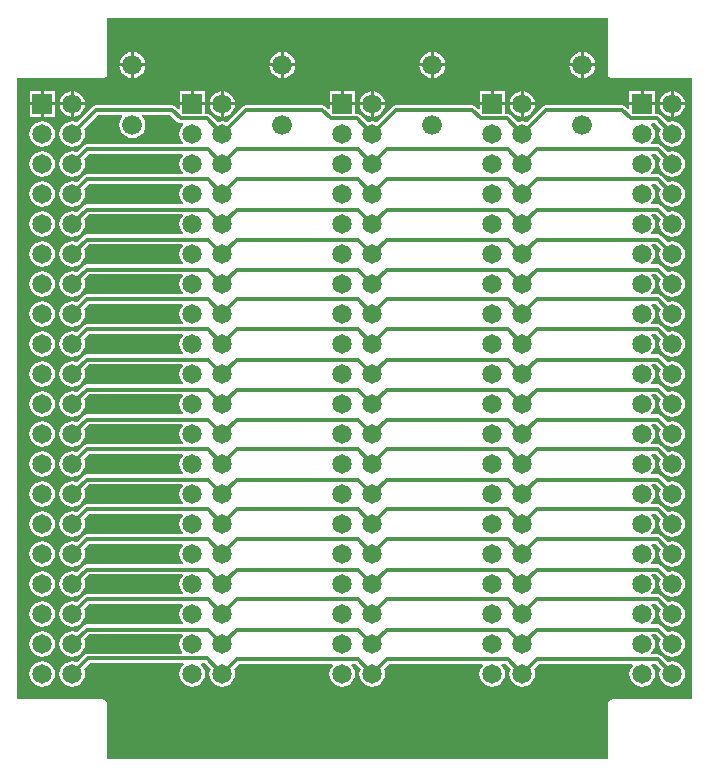
<source format=gbl>
%FSLAX23Y23*%
%MOIN*%
G70*
G01*
G75*
G04 Layer_Physical_Order=2*
G04 Layer_Color=16711680*
%ADD10C,0.010*%
%ADD11C,0.012*%
%ADD12C,0.065*%
%ADD13R,0.065X0.065*%
%ADD14C,0.066*%
G36*
X4085Y5300D02*
X4085Y5300D01*
X4085D01*
X4086Y5294D01*
X4089Y5289D01*
X4094Y5286D01*
X4100Y5285D01*
X4365D01*
Y3215D01*
X4100D01*
X4094Y3214D01*
X4089Y3211D01*
X4086Y3206D01*
X4085Y3200D01*
Y3015D01*
X2415D01*
Y3200D01*
X2414Y3206D01*
X2411Y3211D01*
X2406Y3214D01*
X2400Y3215D01*
X2115D01*
Y5285D01*
X2400D01*
X2406Y5286D01*
X2411Y5289D01*
X2414Y5294D01*
X2415Y5300D01*
Y5485D01*
X4085D01*
Y5300D01*
D02*
G37*
%LPC*%
G36*
X2295Y5195D02*
X2258D01*
X2259Y5189D01*
X2263Y5179D01*
X2270Y5170D01*
X2279Y5163D01*
X2289Y5159D01*
X2295Y5158D01*
Y5195D01*
D02*
G37*
G36*
X2243D02*
X2205D01*
Y5157D01*
X2243D01*
Y5195D01*
D02*
G37*
G36*
X2795D02*
X2758D01*
X2759Y5189D01*
X2763Y5179D01*
X2770Y5170D01*
X2779Y5163D01*
X2789Y5159D01*
X2795Y5158D01*
Y5195D01*
D02*
G37*
G36*
X2342D02*
X2305D01*
Y5158D01*
X2311Y5159D01*
X2321Y5163D01*
X2330Y5170D01*
X2337Y5179D01*
X2341Y5189D01*
X2342Y5195D01*
D02*
G37*
G36*
X2200Y5143D02*
X2189Y5141D01*
X2179Y5137D01*
X2170Y5130D01*
X2163Y5121D01*
X2159Y5111D01*
X2157Y5100D01*
X2159Y5089D01*
X2163Y5079D01*
X2170Y5070D01*
X2179Y5063D01*
X2189Y5059D01*
X2200Y5057D01*
X2211Y5059D01*
X2221Y5063D01*
X2230Y5070D01*
X2237Y5079D01*
X2241Y5089D01*
X2243Y5100D01*
X2241Y5111D01*
X2237Y5121D01*
X2230Y5130D01*
X2221Y5137D01*
X2211Y5141D01*
X2200Y5143D01*
D02*
G37*
G36*
Y5043D02*
X2189Y5041D01*
X2179Y5037D01*
X2170Y5030D01*
X2163Y5021D01*
X2159Y5011D01*
X2157Y5000D01*
X2159Y4989D01*
X2163Y4979D01*
X2170Y4970D01*
X2179Y4963D01*
X2189Y4959D01*
X2200Y4957D01*
X2211Y4959D01*
X2221Y4963D01*
X2230Y4970D01*
X2237Y4979D01*
X2241Y4989D01*
X2243Y5000D01*
X2241Y5011D01*
X2237Y5021D01*
X2230Y5030D01*
X2221Y5037D01*
X2211Y5041D01*
X2200Y5043D01*
D02*
G37*
G36*
X2195Y5195D02*
X2158D01*
Y5157D01*
X2195D01*
Y5195D01*
D02*
G37*
G36*
X4133Y5195D02*
X3879D01*
X3873Y5194D01*
X3867Y5191D01*
X3816Y5139D01*
X3811Y5141D01*
X3800Y5143D01*
X3789Y5141D01*
X3784Y5139D01*
X3760Y5163D01*
X3755Y5167D01*
X3749Y5168D01*
X3743D01*
Y5195D01*
X3658D01*
Y5184D01*
X3653Y5183D01*
X3645Y5191D01*
X3640Y5194D01*
X3633Y5195D01*
X3379D01*
X3373Y5194D01*
X3367Y5191D01*
X3316Y5139D01*
X3311Y5141D01*
X3300Y5143D01*
X3289Y5141D01*
X3284Y5139D01*
X3260Y5163D01*
X3255Y5167D01*
X3249Y5168D01*
X3243D01*
Y5195D01*
X3158D01*
Y5184D01*
X3153Y5183D01*
X3145Y5191D01*
X3140Y5194D01*
X3133Y5195D01*
X2879D01*
X2873Y5194D01*
X2867Y5191D01*
X2816Y5139D01*
X2811Y5141D01*
X2800Y5143D01*
X2789Y5141D01*
X2784Y5139D01*
X2760Y5163D01*
X2755Y5167D01*
X2749Y5168D01*
X2743D01*
Y5195D01*
X2658D01*
Y5184D01*
X2653Y5183D01*
X2645Y5191D01*
X2640Y5194D01*
X2633Y5195D01*
X2379D01*
X2373Y5194D01*
X2367Y5191D01*
X2316Y5139D01*
X2311Y5141D01*
X2300Y5143D01*
X2289Y5141D01*
X2279Y5137D01*
X2270Y5130D01*
X2263Y5121D01*
X2259Y5111D01*
X2257Y5100D01*
X2259Y5089D01*
X2263Y5079D01*
X2270Y5070D01*
X2279Y5063D01*
X2289Y5059D01*
X2300Y5057D01*
X2311Y5059D01*
X2321Y5063D01*
X2330Y5070D01*
X2337Y5079D01*
X2341Y5089D01*
X2343Y5100D01*
X2341Y5111D01*
X2339Y5116D01*
X2386Y5163D01*
X2465D01*
X2467Y5158D01*
X2462Y5152D01*
X2458Y5141D01*
X2457Y5130D01*
X2458Y5119D01*
X2462Y5108D01*
X2469Y5099D01*
X2478Y5092D01*
X2489Y5088D01*
X2500Y5087D01*
X2511Y5088D01*
X2522Y5092D01*
X2531Y5099D01*
X2538Y5108D01*
X2542Y5119D01*
X2543Y5130D01*
X2542Y5141D01*
X2538Y5152D01*
X2531Y5161D01*
X2531Y5163D01*
X2627D01*
X2649Y5140D01*
X2655Y5136D01*
X2661Y5135D01*
X2668D01*
X2670Y5130D01*
X2670Y5130D01*
X2663Y5121D01*
X2659Y5111D01*
X2657Y5100D01*
X2659Y5089D01*
X2663Y5079D01*
X2670Y5070D01*
X2670Y5070D01*
X2668Y5065D01*
X2349D01*
X2342Y5064D01*
X2337Y5060D01*
X2316Y5039D01*
X2311Y5041D01*
X2300Y5043D01*
X2289Y5041D01*
X2279Y5037D01*
X2270Y5030D01*
X2263Y5021D01*
X2259Y5011D01*
X2257Y5000D01*
X2259Y4989D01*
X2263Y4979D01*
X2270Y4970D01*
X2279Y4963D01*
X2289Y4959D01*
X2300Y4957D01*
X2311Y4959D01*
X2321Y4963D01*
X2330Y4970D01*
X2337Y4979D01*
X2341Y4989D01*
X2343Y5000D01*
X2341Y5011D01*
X2339Y5016D01*
X2355Y5032D01*
X2665D01*
X2668Y5028D01*
X2663Y5021D01*
X2659Y5011D01*
X2657Y5000D01*
X2659Y4989D01*
X2663Y4979D01*
X2670Y4970D01*
X2670Y4970D01*
X2668Y4965D01*
X2349D01*
X2342Y4964D01*
X2337Y4960D01*
X2316Y4939D01*
X2311Y4941D01*
X2300Y4943D01*
X2289Y4941D01*
X2279Y4937D01*
X2270Y4930D01*
X2263Y4921D01*
X2259Y4911D01*
X2257Y4900D01*
X2259Y4889D01*
X2263Y4879D01*
X2270Y4870D01*
X2279Y4863D01*
X2289Y4859D01*
X2300Y4857D01*
X2311Y4859D01*
X2321Y4863D01*
X2330Y4870D01*
X2337Y4879D01*
X2341Y4889D01*
X2343Y4900D01*
X2341Y4911D01*
X2339Y4916D01*
X2355Y4932D01*
X2665D01*
X2668Y4928D01*
X2663Y4921D01*
X2659Y4911D01*
X2657Y4900D01*
X2659Y4889D01*
X2663Y4879D01*
X2670Y4870D01*
X2670Y4870D01*
X2668Y4865D01*
X2349D01*
X2342Y4864D01*
X2337Y4860D01*
X2316Y4839D01*
X2311Y4841D01*
X2300Y4843D01*
X2289Y4841D01*
X2279Y4837D01*
X2270Y4830D01*
X2263Y4821D01*
X2259Y4811D01*
X2257Y4800D01*
X2259Y4789D01*
X2263Y4779D01*
X2270Y4770D01*
X2279Y4763D01*
X2289Y4759D01*
X2300Y4757D01*
X2311Y4759D01*
X2321Y4763D01*
X2330Y4770D01*
X2337Y4779D01*
X2341Y4789D01*
X2343Y4800D01*
X2341Y4811D01*
X2339Y4816D01*
X2355Y4832D01*
X2665D01*
X2668Y4828D01*
X2663Y4821D01*
X2659Y4811D01*
X2657Y4800D01*
X2659Y4789D01*
X2663Y4779D01*
X2670Y4770D01*
X2670Y4770D01*
X2668Y4765D01*
X2349D01*
X2342Y4764D01*
X2337Y4760D01*
X2316Y4739D01*
X2311Y4741D01*
X2300Y4743D01*
X2289Y4741D01*
X2279Y4737D01*
X2270Y4730D01*
X2263Y4721D01*
X2259Y4711D01*
X2257Y4700D01*
X2259Y4689D01*
X2263Y4679D01*
X2270Y4670D01*
X2279Y4663D01*
X2289Y4659D01*
X2300Y4657D01*
X2311Y4659D01*
X2321Y4663D01*
X2330Y4670D01*
X2337Y4679D01*
X2341Y4689D01*
X2343Y4700D01*
X2341Y4711D01*
X2339Y4716D01*
X2355Y4732D01*
X2665D01*
X2668Y4728D01*
X2663Y4721D01*
X2659Y4711D01*
X2657Y4700D01*
X2659Y4689D01*
X2663Y4679D01*
X2670Y4670D01*
X2670Y4670D01*
X2668Y4665D01*
X2349D01*
X2342Y4664D01*
X2337Y4660D01*
X2316Y4639D01*
X2311Y4641D01*
X2300Y4643D01*
X2289Y4641D01*
X2279Y4637D01*
X2270Y4630D01*
X2263Y4621D01*
X2259Y4611D01*
X2257Y4600D01*
X2259Y4589D01*
X2263Y4579D01*
X2270Y4570D01*
X2279Y4563D01*
X2289Y4559D01*
X2300Y4557D01*
X2311Y4559D01*
X2321Y4563D01*
X2330Y4570D01*
X2337Y4579D01*
X2341Y4589D01*
X2343Y4600D01*
X2341Y4611D01*
X2339Y4616D01*
X2355Y4632D01*
X2665D01*
X2668Y4628D01*
X2663Y4621D01*
X2659Y4611D01*
X2657Y4600D01*
X2659Y4589D01*
X2663Y4579D01*
X2670Y4570D01*
X2670Y4570D01*
X2668Y4565D01*
X2349D01*
X2342Y4564D01*
X2337Y4560D01*
X2316Y4539D01*
X2311Y4541D01*
X2300Y4543D01*
X2289Y4541D01*
X2279Y4537D01*
X2270Y4530D01*
X2263Y4521D01*
X2259Y4511D01*
X2257Y4500D01*
X2259Y4489D01*
X2263Y4479D01*
X2270Y4470D01*
X2279Y4463D01*
X2289Y4459D01*
X2300Y4457D01*
X2311Y4459D01*
X2321Y4463D01*
X2330Y4470D01*
X2337Y4479D01*
X2341Y4489D01*
X2343Y4500D01*
X2341Y4511D01*
X2339Y4516D01*
X2355Y4532D01*
X2665D01*
X2668Y4528D01*
X2663Y4521D01*
X2659Y4511D01*
X2657Y4500D01*
X2659Y4489D01*
X2663Y4479D01*
X2670Y4470D01*
X2670Y4470D01*
X2668Y4465D01*
X2349D01*
X2342Y4464D01*
X2337Y4460D01*
X2316Y4439D01*
X2311Y4441D01*
X2300Y4443D01*
X2289Y4441D01*
X2279Y4437D01*
X2270Y4430D01*
X2263Y4421D01*
X2259Y4411D01*
X2257Y4400D01*
X2259Y4389D01*
X2263Y4379D01*
X2270Y4370D01*
X2279Y4363D01*
X2289Y4359D01*
X2300Y4357D01*
X2311Y4359D01*
X2321Y4363D01*
X2330Y4370D01*
X2337Y4379D01*
X2341Y4389D01*
X2343Y4400D01*
X2341Y4411D01*
X2339Y4416D01*
X2355Y4432D01*
X2665D01*
X2668Y4428D01*
X2663Y4421D01*
X2659Y4411D01*
X2657Y4400D01*
X2659Y4389D01*
X2663Y4379D01*
X2670Y4370D01*
X2670Y4370D01*
X2668Y4365D01*
X2349D01*
X2342Y4364D01*
X2337Y4360D01*
X2316Y4339D01*
X2311Y4341D01*
X2300Y4343D01*
X2289Y4341D01*
X2279Y4337D01*
X2270Y4330D01*
X2263Y4321D01*
X2259Y4311D01*
X2257Y4300D01*
X2259Y4289D01*
X2263Y4279D01*
X2270Y4270D01*
X2279Y4263D01*
X2289Y4259D01*
X2300Y4257D01*
X2311Y4259D01*
X2321Y4263D01*
X2330Y4270D01*
X2337Y4279D01*
X2341Y4289D01*
X2343Y4300D01*
X2341Y4311D01*
X2339Y4316D01*
X2355Y4332D01*
X2665D01*
X2668Y4328D01*
X2663Y4321D01*
X2659Y4311D01*
X2657Y4300D01*
X2659Y4289D01*
X2663Y4279D01*
X2670Y4270D01*
X2670Y4270D01*
X2668Y4265D01*
X2349D01*
X2342Y4264D01*
X2337Y4260D01*
X2316Y4239D01*
X2311Y4241D01*
X2300Y4243D01*
X2289Y4241D01*
X2279Y4237D01*
X2270Y4230D01*
X2263Y4221D01*
X2259Y4211D01*
X2257Y4200D01*
X2259Y4189D01*
X2263Y4179D01*
X2270Y4170D01*
X2279Y4163D01*
X2289Y4159D01*
X2300Y4157D01*
X2311Y4159D01*
X2321Y4163D01*
X2330Y4170D01*
X2337Y4179D01*
X2341Y4189D01*
X2343Y4200D01*
X2341Y4211D01*
X2339Y4216D01*
X2355Y4232D01*
X2665D01*
X2668Y4228D01*
X2663Y4221D01*
X2659Y4211D01*
X2657Y4200D01*
X2659Y4189D01*
X2663Y4179D01*
X2670Y4170D01*
X2670Y4170D01*
X2668Y4165D01*
X2349D01*
X2342Y4164D01*
X2337Y4160D01*
X2316Y4139D01*
X2311Y4141D01*
X2300Y4143D01*
X2289Y4141D01*
X2279Y4137D01*
X2270Y4130D01*
X2263Y4121D01*
X2259Y4111D01*
X2257Y4100D01*
X2259Y4089D01*
X2263Y4079D01*
X2270Y4070D01*
X2279Y4063D01*
X2289Y4059D01*
X2300Y4057D01*
X2311Y4059D01*
X2321Y4063D01*
X2330Y4070D01*
X2337Y4079D01*
X2341Y4089D01*
X2343Y4100D01*
X2341Y4111D01*
X2339Y4116D01*
X2355Y4132D01*
X2665D01*
X2668Y4128D01*
X2663Y4121D01*
X2659Y4111D01*
X2657Y4100D01*
X2659Y4089D01*
X2663Y4079D01*
X2670Y4070D01*
X2670Y4070D01*
X2668Y4065D01*
X2349D01*
X2342Y4064D01*
X2337Y4060D01*
X2316Y4039D01*
X2311Y4041D01*
X2300Y4043D01*
X2289Y4041D01*
X2279Y4037D01*
X2270Y4030D01*
X2263Y4021D01*
X2259Y4011D01*
X2257Y4000D01*
X2259Y3989D01*
X2263Y3979D01*
X2270Y3970D01*
X2279Y3963D01*
X2289Y3959D01*
X2300Y3957D01*
X2311Y3959D01*
X2321Y3963D01*
X2330Y3970D01*
X2337Y3979D01*
X2341Y3989D01*
X2343Y4000D01*
X2341Y4011D01*
X2339Y4016D01*
X2355Y4032D01*
X2665D01*
X2668Y4028D01*
X2663Y4021D01*
X2659Y4011D01*
X2657Y4000D01*
X2659Y3989D01*
X2663Y3979D01*
X2670Y3970D01*
X2670Y3970D01*
X2668Y3965D01*
X2349D01*
X2342Y3964D01*
X2337Y3960D01*
X2316Y3939D01*
X2311Y3941D01*
X2300Y3943D01*
X2289Y3941D01*
X2279Y3937D01*
X2270Y3930D01*
X2263Y3921D01*
X2259Y3911D01*
X2257Y3900D01*
X2259Y3889D01*
X2263Y3879D01*
X2270Y3870D01*
X2279Y3863D01*
X2289Y3859D01*
X2300Y3857D01*
X2311Y3859D01*
X2321Y3863D01*
X2330Y3870D01*
X2337Y3879D01*
X2341Y3889D01*
X2343Y3900D01*
X2341Y3911D01*
X2339Y3916D01*
X2355Y3932D01*
X2665D01*
X2668Y3928D01*
X2663Y3921D01*
X2659Y3911D01*
X2657Y3900D01*
X2659Y3889D01*
X2663Y3879D01*
X2670Y3870D01*
X2670Y3870D01*
X2668Y3865D01*
X2349D01*
X2342Y3864D01*
X2337Y3860D01*
X2316Y3839D01*
X2311Y3841D01*
X2300Y3843D01*
X2289Y3841D01*
X2279Y3837D01*
X2270Y3830D01*
X2263Y3821D01*
X2259Y3811D01*
X2257Y3800D01*
X2259Y3789D01*
X2263Y3779D01*
X2270Y3770D01*
X2279Y3763D01*
X2289Y3759D01*
X2300Y3757D01*
X2311Y3759D01*
X2321Y3763D01*
X2330Y3770D01*
X2337Y3779D01*
X2341Y3789D01*
X2343Y3800D01*
X2341Y3811D01*
X2339Y3816D01*
X2355Y3832D01*
X2665D01*
X2668Y3828D01*
X2663Y3821D01*
X2659Y3811D01*
X2657Y3800D01*
X2659Y3789D01*
X2663Y3779D01*
X2670Y3770D01*
X2670Y3770D01*
X2668Y3765D01*
X2349D01*
X2342Y3764D01*
X2337Y3760D01*
X2316Y3739D01*
X2311Y3741D01*
X2300Y3743D01*
X2289Y3741D01*
X2279Y3737D01*
X2270Y3730D01*
X2263Y3721D01*
X2259Y3711D01*
X2257Y3700D01*
X2259Y3689D01*
X2263Y3679D01*
X2270Y3670D01*
X2279Y3663D01*
X2289Y3659D01*
X2300Y3657D01*
X2311Y3659D01*
X2321Y3663D01*
X2330Y3670D01*
X2337Y3679D01*
X2341Y3689D01*
X2343Y3700D01*
X2341Y3711D01*
X2339Y3716D01*
X2355Y3732D01*
X2665D01*
X2668Y3728D01*
X2663Y3721D01*
X2659Y3711D01*
X2657Y3700D01*
X2659Y3689D01*
X2663Y3679D01*
X2670Y3670D01*
X2670Y3670D01*
X2668Y3665D01*
X2349D01*
X2342Y3664D01*
X2337Y3660D01*
X2316Y3639D01*
X2311Y3641D01*
X2300Y3643D01*
X2289Y3641D01*
X2279Y3637D01*
X2270Y3630D01*
X2263Y3621D01*
X2259Y3611D01*
X2257Y3600D01*
X2259Y3589D01*
X2263Y3579D01*
X2270Y3570D01*
X2279Y3563D01*
X2289Y3559D01*
X2300Y3557D01*
X2311Y3559D01*
X2321Y3563D01*
X2330Y3570D01*
X2337Y3579D01*
X2341Y3589D01*
X2343Y3600D01*
X2341Y3611D01*
X2339Y3616D01*
X2355Y3632D01*
X2665D01*
X2668Y3628D01*
X2663Y3621D01*
X2659Y3611D01*
X2657Y3600D01*
X2659Y3589D01*
X2663Y3579D01*
X2670Y3570D01*
X2670Y3570D01*
X2668Y3565D01*
X2349D01*
X2342Y3564D01*
X2337Y3560D01*
X2316Y3539D01*
X2311Y3541D01*
X2300Y3543D01*
X2289Y3541D01*
X2279Y3537D01*
X2270Y3530D01*
X2263Y3521D01*
X2259Y3511D01*
X2257Y3500D01*
X2259Y3489D01*
X2263Y3479D01*
X2270Y3470D01*
X2279Y3463D01*
X2289Y3459D01*
X2300Y3457D01*
X2311Y3459D01*
X2321Y3463D01*
X2330Y3470D01*
X2337Y3479D01*
X2341Y3489D01*
X2343Y3500D01*
X2341Y3511D01*
X2339Y3516D01*
X2355Y3532D01*
X2665D01*
X2668Y3528D01*
X2663Y3521D01*
X2659Y3511D01*
X2657Y3500D01*
X2659Y3489D01*
X2663Y3479D01*
X2670Y3470D01*
X2670Y3470D01*
X2668Y3465D01*
X2349D01*
X2342Y3464D01*
X2337Y3460D01*
X2316Y3439D01*
X2311Y3441D01*
X2300Y3443D01*
X2289Y3441D01*
X2279Y3437D01*
X2270Y3430D01*
X2263Y3421D01*
X2259Y3411D01*
X2257Y3400D01*
X2259Y3389D01*
X2263Y3379D01*
X2270Y3370D01*
X2279Y3363D01*
X2289Y3359D01*
X2300Y3357D01*
X2311Y3359D01*
X2321Y3363D01*
X2330Y3370D01*
X2337Y3379D01*
X2341Y3389D01*
X2343Y3400D01*
X2341Y3411D01*
X2339Y3416D01*
X2355Y3432D01*
X2665D01*
X2668Y3428D01*
X2663Y3421D01*
X2659Y3411D01*
X2657Y3400D01*
X2659Y3389D01*
X2663Y3379D01*
X2667Y3373D01*
X2665Y3368D01*
X2352D01*
X2346Y3367D01*
X2340Y3364D01*
X2316Y3339D01*
X2311Y3341D01*
X2300Y3343D01*
X2289Y3341D01*
X2279Y3337D01*
X2270Y3330D01*
X2263Y3321D01*
X2259Y3311D01*
X2257Y3300D01*
X2259Y3289D01*
X2263Y3279D01*
X2270Y3270D01*
X2279Y3263D01*
X2289Y3259D01*
X2300Y3257D01*
X2311Y3259D01*
X2321Y3263D01*
X2330Y3270D01*
X2337Y3279D01*
X2341Y3289D01*
X2343Y3300D01*
X2341Y3311D01*
X2339Y3316D01*
X2359Y3336D01*
X2669D01*
X2671Y3331D01*
X2670Y3330D01*
X2663Y3321D01*
X2659Y3311D01*
X2657Y3300D01*
X2659Y3289D01*
X2663Y3279D01*
X2670Y3270D01*
X2679Y3263D01*
X2689Y3259D01*
X2700Y3257D01*
X2711Y3259D01*
X2721Y3263D01*
X2730Y3270D01*
X2737Y3279D01*
X2741Y3289D01*
X2743Y3300D01*
X2741Y3311D01*
X2737Y3321D01*
X2730Y3330D01*
X2730Y3330D01*
X2732Y3335D01*
X2742D01*
X2761Y3316D01*
X2759Y3311D01*
X2757Y3300D01*
X2759Y3289D01*
X2763Y3279D01*
X2770Y3270D01*
X2779Y3263D01*
X2789Y3259D01*
X2800Y3257D01*
X2811Y3259D01*
X2821Y3263D01*
X2830Y3270D01*
X2837Y3279D01*
X2841Y3289D01*
X2843Y3300D01*
X2841Y3311D01*
X2839Y3316D01*
X2855Y3332D01*
X3165D01*
X3168Y3328D01*
X3163Y3321D01*
X3159Y3311D01*
X3157Y3300D01*
X3159Y3289D01*
X3163Y3279D01*
X3170Y3270D01*
X3179Y3263D01*
X3189Y3259D01*
X3200Y3257D01*
X3211Y3259D01*
X3221Y3263D01*
X3230Y3270D01*
X3237Y3279D01*
X3241Y3289D01*
X3243Y3300D01*
X3241Y3311D01*
X3237Y3321D01*
X3230Y3330D01*
X3231Y3332D01*
X3245D01*
X3261Y3316D01*
X3259Y3311D01*
X3257Y3300D01*
X3259Y3289D01*
X3263Y3279D01*
X3270Y3270D01*
X3279Y3263D01*
X3289Y3259D01*
X3300Y3257D01*
X3311Y3259D01*
X3321Y3263D01*
X3330Y3270D01*
X3337Y3279D01*
X3341Y3289D01*
X3343Y3300D01*
X3341Y3311D01*
X3339Y3316D01*
X3356Y3333D01*
X3666D01*
X3668Y3328D01*
X3663Y3321D01*
X3659Y3311D01*
X3657Y3300D01*
X3659Y3289D01*
X3663Y3279D01*
X3670Y3270D01*
X3679Y3263D01*
X3689Y3259D01*
X3700Y3257D01*
X3711Y3259D01*
X3721Y3263D01*
X3730Y3270D01*
X3737Y3279D01*
X3741Y3289D01*
X3743Y3300D01*
X3741Y3311D01*
X3737Y3321D01*
X3730Y3330D01*
X3731Y3333D01*
X3744D01*
X3761Y3316D01*
X3759Y3311D01*
X3757Y3300D01*
X3759Y3289D01*
X3763Y3279D01*
X3770Y3270D01*
X3779Y3263D01*
X3789Y3259D01*
X3800Y3257D01*
X3811Y3259D01*
X3821Y3263D01*
X3830Y3270D01*
X3837Y3279D01*
X3841Y3289D01*
X3843Y3300D01*
X3841Y3311D01*
X3839Y3316D01*
X3856Y3333D01*
X4166D01*
X4168Y3328D01*
X4163Y3321D01*
X4159Y3311D01*
X4157Y3300D01*
X4159Y3289D01*
X4163Y3279D01*
X4170Y3270D01*
X4179Y3263D01*
X4189Y3259D01*
X4200Y3257D01*
X4211Y3259D01*
X4221Y3263D01*
X4230Y3270D01*
X4237Y3279D01*
X4241Y3289D01*
X4243Y3300D01*
X4241Y3311D01*
X4237Y3321D01*
X4230Y3330D01*
X4231Y3333D01*
X4244D01*
X4261Y3316D01*
X4259Y3311D01*
X4257Y3300D01*
X4259Y3289D01*
X4263Y3279D01*
X4270Y3270D01*
X4279Y3263D01*
X4289Y3259D01*
X4300Y3257D01*
X4311Y3259D01*
X4321Y3263D01*
X4330Y3270D01*
X4337Y3279D01*
X4341Y3289D01*
X4343Y3300D01*
X4341Y3311D01*
X4337Y3321D01*
X4330Y3330D01*
X4321Y3337D01*
X4311Y3341D01*
X4300Y3343D01*
X4289Y3341D01*
X4284Y3339D01*
X4263Y3361D01*
X4257Y3364D01*
X4251Y3365D01*
X4233D01*
X4230Y3370D01*
X4237Y3379D01*
X4241Y3389D01*
X4243Y3400D01*
X4241Y3411D01*
X4237Y3421D01*
X4230Y3430D01*
X4231Y3432D01*
X4245D01*
X4261Y3416D01*
X4259Y3411D01*
X4257Y3400D01*
X4259Y3389D01*
X4263Y3379D01*
X4270Y3370D01*
X4279Y3363D01*
X4289Y3359D01*
X4300Y3357D01*
X4311Y3359D01*
X4321Y3363D01*
X4330Y3370D01*
X4337Y3379D01*
X4341Y3389D01*
X4343Y3400D01*
X4341Y3411D01*
X4337Y3421D01*
X4330Y3430D01*
X4321Y3437D01*
X4311Y3441D01*
X4300Y3443D01*
X4289Y3441D01*
X4284Y3439D01*
X4263Y3460D01*
X4258Y3464D01*
X4252Y3465D01*
X4232D01*
X4230Y3470D01*
X4230Y3470D01*
X4237Y3479D01*
X4241Y3489D01*
X4243Y3500D01*
X4241Y3511D01*
X4237Y3521D01*
X4230Y3530D01*
X4231Y3532D01*
X4245D01*
X4261Y3516D01*
X4259Y3511D01*
X4257Y3500D01*
X4259Y3489D01*
X4263Y3479D01*
X4270Y3470D01*
X4279Y3463D01*
X4289Y3459D01*
X4300Y3457D01*
X4311Y3459D01*
X4321Y3463D01*
X4330Y3470D01*
X4337Y3479D01*
X4341Y3489D01*
X4343Y3500D01*
X4341Y3511D01*
X4337Y3521D01*
X4330Y3530D01*
X4321Y3537D01*
X4311Y3541D01*
X4300Y3543D01*
X4289Y3541D01*
X4284Y3539D01*
X4263Y3560D01*
X4258Y3564D01*
X4252Y3565D01*
X4232D01*
X4230Y3570D01*
X4230Y3570D01*
X4237Y3579D01*
X4241Y3589D01*
X4243Y3600D01*
X4241Y3611D01*
X4237Y3621D01*
X4230Y3630D01*
X4231Y3632D01*
X4245D01*
X4261Y3616D01*
X4259Y3611D01*
X4257Y3600D01*
X4259Y3589D01*
X4263Y3579D01*
X4270Y3570D01*
X4279Y3563D01*
X4289Y3559D01*
X4300Y3557D01*
X4311Y3559D01*
X4321Y3563D01*
X4330Y3570D01*
X4337Y3579D01*
X4341Y3589D01*
X4343Y3600D01*
X4341Y3611D01*
X4337Y3621D01*
X4330Y3630D01*
X4321Y3637D01*
X4311Y3641D01*
X4300Y3643D01*
X4289Y3641D01*
X4284Y3639D01*
X4263Y3660D01*
X4258Y3664D01*
X4252Y3665D01*
X4232D01*
X4230Y3670D01*
X4230Y3670D01*
X4237Y3679D01*
X4241Y3689D01*
X4243Y3700D01*
X4241Y3711D01*
X4237Y3721D01*
X4230Y3730D01*
X4231Y3732D01*
X4245D01*
X4261Y3716D01*
X4259Y3711D01*
X4257Y3700D01*
X4259Y3689D01*
X4263Y3679D01*
X4270Y3670D01*
X4279Y3663D01*
X4289Y3659D01*
X4300Y3657D01*
X4311Y3659D01*
X4321Y3663D01*
X4330Y3670D01*
X4337Y3679D01*
X4341Y3689D01*
X4343Y3700D01*
X4341Y3711D01*
X4337Y3721D01*
X4330Y3730D01*
X4321Y3737D01*
X4311Y3741D01*
X4300Y3743D01*
X4289Y3741D01*
X4284Y3739D01*
X4263Y3760D01*
X4258Y3764D01*
X4252Y3765D01*
X4232D01*
X4230Y3770D01*
X4230Y3770D01*
X4237Y3779D01*
X4241Y3789D01*
X4243Y3800D01*
X4241Y3811D01*
X4237Y3821D01*
X4230Y3830D01*
X4231Y3832D01*
X4245D01*
X4261Y3816D01*
X4259Y3811D01*
X4257Y3800D01*
X4259Y3789D01*
X4263Y3779D01*
X4270Y3770D01*
X4279Y3763D01*
X4289Y3759D01*
X4300Y3757D01*
X4311Y3759D01*
X4321Y3763D01*
X4330Y3770D01*
X4337Y3779D01*
X4341Y3789D01*
X4343Y3800D01*
X4341Y3811D01*
X4337Y3821D01*
X4330Y3830D01*
X4321Y3837D01*
X4311Y3841D01*
X4300Y3843D01*
X4289Y3841D01*
X4284Y3839D01*
X4263Y3860D01*
X4258Y3864D01*
X4252Y3865D01*
X4232D01*
X4230Y3870D01*
X4230Y3870D01*
X4237Y3879D01*
X4241Y3889D01*
X4243Y3900D01*
X4241Y3911D01*
X4237Y3921D01*
X4230Y3930D01*
X4231Y3932D01*
X4245D01*
X4261Y3916D01*
X4259Y3911D01*
X4257Y3900D01*
X4259Y3889D01*
X4263Y3879D01*
X4270Y3870D01*
X4279Y3863D01*
X4289Y3859D01*
X4300Y3857D01*
X4311Y3859D01*
X4321Y3863D01*
X4330Y3870D01*
X4337Y3879D01*
X4341Y3889D01*
X4343Y3900D01*
X4341Y3911D01*
X4337Y3921D01*
X4330Y3930D01*
X4321Y3937D01*
X4311Y3941D01*
X4300Y3943D01*
X4289Y3941D01*
X4284Y3939D01*
X4263Y3960D01*
X4258Y3964D01*
X4252Y3965D01*
X4232D01*
X4230Y3970D01*
X4230Y3970D01*
X4237Y3979D01*
X4241Y3989D01*
X4243Y4000D01*
X4241Y4011D01*
X4237Y4021D01*
X4230Y4030D01*
X4231Y4032D01*
X4245D01*
X4261Y4016D01*
X4259Y4011D01*
X4257Y4000D01*
X4259Y3989D01*
X4263Y3979D01*
X4270Y3970D01*
X4279Y3963D01*
X4289Y3959D01*
X4300Y3957D01*
X4311Y3959D01*
X4321Y3963D01*
X4330Y3970D01*
X4337Y3979D01*
X4341Y3989D01*
X4343Y4000D01*
X4341Y4011D01*
X4337Y4021D01*
X4330Y4030D01*
X4321Y4037D01*
X4311Y4041D01*
X4300Y4043D01*
X4289Y4041D01*
X4284Y4039D01*
X4263Y4060D01*
X4258Y4064D01*
X4252Y4065D01*
X4232D01*
X4230Y4070D01*
X4230Y4070D01*
X4237Y4079D01*
X4241Y4089D01*
X4243Y4100D01*
X4241Y4111D01*
X4237Y4121D01*
X4230Y4130D01*
X4231Y4132D01*
X4245D01*
X4261Y4116D01*
X4259Y4111D01*
X4257Y4100D01*
X4259Y4089D01*
X4263Y4079D01*
X4270Y4070D01*
X4279Y4063D01*
X4289Y4059D01*
X4300Y4057D01*
X4311Y4059D01*
X4321Y4063D01*
X4330Y4070D01*
X4337Y4079D01*
X4341Y4089D01*
X4343Y4100D01*
X4341Y4111D01*
X4337Y4121D01*
X4330Y4130D01*
X4321Y4137D01*
X4311Y4141D01*
X4300Y4143D01*
X4289Y4141D01*
X4284Y4139D01*
X4263Y4160D01*
X4258Y4164D01*
X4252Y4165D01*
X4232D01*
X4230Y4170D01*
X4230Y4170D01*
X4237Y4179D01*
X4241Y4189D01*
X4243Y4200D01*
X4241Y4211D01*
X4237Y4221D01*
X4230Y4230D01*
X4231Y4232D01*
X4245D01*
X4261Y4216D01*
X4259Y4211D01*
X4257Y4200D01*
X4259Y4189D01*
X4263Y4179D01*
X4270Y4170D01*
X4279Y4163D01*
X4289Y4159D01*
X4300Y4157D01*
X4311Y4159D01*
X4321Y4163D01*
X4330Y4170D01*
X4337Y4179D01*
X4341Y4189D01*
X4343Y4200D01*
X4341Y4211D01*
X4337Y4221D01*
X4330Y4230D01*
X4321Y4237D01*
X4311Y4241D01*
X4300Y4243D01*
X4289Y4241D01*
X4284Y4239D01*
X4263Y4260D01*
X4258Y4264D01*
X4252Y4265D01*
X4232D01*
X4230Y4270D01*
X4230Y4270D01*
X4237Y4279D01*
X4241Y4289D01*
X4243Y4300D01*
X4241Y4311D01*
X4237Y4321D01*
X4230Y4330D01*
X4231Y4332D01*
X4245D01*
X4261Y4316D01*
X4259Y4311D01*
X4257Y4300D01*
X4259Y4289D01*
X4263Y4279D01*
X4270Y4270D01*
X4279Y4263D01*
X4289Y4259D01*
X4300Y4257D01*
X4311Y4259D01*
X4321Y4263D01*
X4330Y4270D01*
X4337Y4279D01*
X4341Y4289D01*
X4343Y4300D01*
X4341Y4311D01*
X4337Y4321D01*
X4330Y4330D01*
X4321Y4337D01*
X4311Y4341D01*
X4300Y4343D01*
X4289Y4341D01*
X4284Y4339D01*
X4263Y4360D01*
X4258Y4364D01*
X4252Y4365D01*
X4232D01*
X4230Y4370D01*
X4230Y4370D01*
X4237Y4379D01*
X4241Y4389D01*
X4243Y4400D01*
X4241Y4411D01*
X4237Y4421D01*
X4230Y4430D01*
X4231Y4432D01*
X4245D01*
X4261Y4416D01*
X4259Y4411D01*
X4257Y4400D01*
X4259Y4389D01*
X4263Y4379D01*
X4270Y4370D01*
X4279Y4363D01*
X4289Y4359D01*
X4300Y4357D01*
X4311Y4359D01*
X4321Y4363D01*
X4330Y4370D01*
X4337Y4379D01*
X4341Y4389D01*
X4343Y4400D01*
X4341Y4411D01*
X4337Y4421D01*
X4330Y4430D01*
X4321Y4437D01*
X4311Y4441D01*
X4300Y4443D01*
X4289Y4441D01*
X4284Y4439D01*
X4263Y4460D01*
X4258Y4464D01*
X4252Y4465D01*
X4232D01*
X4230Y4470D01*
X4230Y4470D01*
X4237Y4479D01*
X4241Y4489D01*
X4243Y4500D01*
X4241Y4511D01*
X4237Y4521D01*
X4230Y4530D01*
X4231Y4532D01*
X4245D01*
X4261Y4516D01*
X4259Y4511D01*
X4257Y4500D01*
X4259Y4489D01*
X4263Y4479D01*
X4270Y4470D01*
X4279Y4463D01*
X4289Y4459D01*
X4300Y4457D01*
X4311Y4459D01*
X4321Y4463D01*
X4330Y4470D01*
X4337Y4479D01*
X4341Y4489D01*
X4343Y4500D01*
X4341Y4511D01*
X4337Y4521D01*
X4330Y4530D01*
X4321Y4537D01*
X4311Y4541D01*
X4300Y4543D01*
X4289Y4541D01*
X4284Y4539D01*
X4263Y4560D01*
X4258Y4564D01*
X4252Y4565D01*
X4232D01*
X4230Y4570D01*
X4230Y4570D01*
X4237Y4579D01*
X4241Y4589D01*
X4243Y4600D01*
X4241Y4611D01*
X4237Y4621D01*
X4230Y4630D01*
X4231Y4632D01*
X4245D01*
X4261Y4616D01*
X4259Y4611D01*
X4257Y4600D01*
X4259Y4589D01*
X4263Y4579D01*
X4270Y4570D01*
X4279Y4563D01*
X4289Y4559D01*
X4300Y4557D01*
X4311Y4559D01*
X4321Y4563D01*
X4330Y4570D01*
X4337Y4579D01*
X4341Y4589D01*
X4343Y4600D01*
X4341Y4611D01*
X4337Y4621D01*
X4330Y4630D01*
X4321Y4637D01*
X4311Y4641D01*
X4300Y4643D01*
X4289Y4641D01*
X4284Y4639D01*
X4263Y4660D01*
X4258Y4664D01*
X4252Y4665D01*
X4232D01*
X4230Y4670D01*
X4230Y4670D01*
X4237Y4679D01*
X4241Y4689D01*
X4243Y4700D01*
X4241Y4711D01*
X4237Y4721D01*
X4230Y4730D01*
X4231Y4732D01*
X4245D01*
X4261Y4716D01*
X4259Y4711D01*
X4257Y4700D01*
X4259Y4689D01*
X4263Y4679D01*
X4270Y4670D01*
X4279Y4663D01*
X4289Y4659D01*
X4300Y4657D01*
X4311Y4659D01*
X4321Y4663D01*
X4330Y4670D01*
X4337Y4679D01*
X4341Y4689D01*
X4343Y4700D01*
X4341Y4711D01*
X4337Y4721D01*
X4330Y4730D01*
X4321Y4737D01*
X4311Y4741D01*
X4300Y4743D01*
X4289Y4741D01*
X4284Y4739D01*
X4263Y4760D01*
X4258Y4764D01*
X4252Y4765D01*
X4232D01*
X4230Y4770D01*
X4230Y4770D01*
X4237Y4779D01*
X4241Y4789D01*
X4243Y4800D01*
X4241Y4811D01*
X4237Y4821D01*
X4230Y4830D01*
X4231Y4832D01*
X4245D01*
X4261Y4816D01*
X4259Y4811D01*
X4257Y4800D01*
X4259Y4789D01*
X4263Y4779D01*
X4270Y4770D01*
X4279Y4763D01*
X4289Y4759D01*
X4300Y4757D01*
X4311Y4759D01*
X4321Y4763D01*
X4330Y4770D01*
X4337Y4779D01*
X4341Y4789D01*
X4343Y4800D01*
X4341Y4811D01*
X4337Y4821D01*
X4330Y4830D01*
X4321Y4837D01*
X4311Y4841D01*
X4300Y4843D01*
X4289Y4841D01*
X4284Y4839D01*
X4263Y4860D01*
X4258Y4864D01*
X4252Y4865D01*
X4232D01*
X4230Y4870D01*
X4230Y4870D01*
X4237Y4879D01*
X4241Y4889D01*
X4243Y4900D01*
X4241Y4911D01*
X4237Y4921D01*
X4230Y4930D01*
X4231Y4932D01*
X4245D01*
X4261Y4916D01*
X4259Y4911D01*
X4257Y4900D01*
X4259Y4889D01*
X4263Y4879D01*
X4270Y4870D01*
X4279Y4863D01*
X4289Y4859D01*
X4300Y4857D01*
X4311Y4859D01*
X4321Y4863D01*
X4330Y4870D01*
X4337Y4879D01*
X4341Y4889D01*
X4343Y4900D01*
X4341Y4911D01*
X4337Y4921D01*
X4330Y4930D01*
X4321Y4937D01*
X4311Y4941D01*
X4300Y4943D01*
X4289Y4941D01*
X4284Y4939D01*
X4263Y4960D01*
X4258Y4964D01*
X4252Y4965D01*
X4232D01*
X4230Y4970D01*
X4230Y4970D01*
X4237Y4979D01*
X4241Y4989D01*
X4243Y5000D01*
X4241Y5011D01*
X4237Y5021D01*
X4230Y5030D01*
X4231Y5032D01*
X4245D01*
X4261Y5016D01*
X4259Y5011D01*
X4257Y5000D01*
X4259Y4989D01*
X4263Y4979D01*
X4270Y4970D01*
X4279Y4963D01*
X4289Y4959D01*
X4300Y4957D01*
X4311Y4959D01*
X4321Y4963D01*
X4330Y4970D01*
X4337Y4979D01*
X4341Y4989D01*
X4343Y5000D01*
X4341Y5011D01*
X4337Y5021D01*
X4330Y5030D01*
X4321Y5037D01*
X4311Y5041D01*
X4300Y5043D01*
X4289Y5041D01*
X4284Y5039D01*
X4263Y5060D01*
X4258Y5064D01*
X4252Y5065D01*
X4232D01*
X4230Y5070D01*
X4230Y5070D01*
X4237Y5079D01*
X4241Y5089D01*
X4243Y5100D01*
X4241Y5111D01*
X4237Y5121D01*
X4230Y5130D01*
X4230Y5130D01*
X4232Y5135D01*
X4242D01*
X4261Y5116D01*
X4259Y5111D01*
X4257Y5100D01*
X4259Y5089D01*
X4263Y5079D01*
X4270Y5070D01*
X4279Y5063D01*
X4289Y5059D01*
X4300Y5057D01*
X4311Y5059D01*
X4321Y5063D01*
X4330Y5070D01*
X4337Y5079D01*
X4341Y5089D01*
X4343Y5100D01*
X4341Y5111D01*
X4337Y5121D01*
X4330Y5130D01*
X4321Y5137D01*
X4311Y5141D01*
X4300Y5143D01*
X4289Y5141D01*
X4284Y5139D01*
X4260Y5163D01*
X4255Y5167D01*
X4248Y5168D01*
X4242D01*
Y5195D01*
X4157D01*
Y5184D01*
X4153Y5183D01*
X4145Y5191D01*
X4140Y5194D01*
X4133Y5195D01*
D02*
G37*
G36*
X4295Y5195D02*
X4258D01*
X4259Y5189D01*
X4263Y5179D01*
X4270Y5170D01*
X4279Y5163D01*
X4289Y5159D01*
X4295Y5158D01*
Y5195D01*
D02*
G37*
G36*
X3842D02*
X3805D01*
Y5158D01*
X3811Y5159D01*
X3821Y5163D01*
X3830Y5170D01*
X3837Y5179D01*
X3841Y5189D01*
X3842Y5195D01*
D02*
G37*
G36*
X2195Y5242D02*
X2158D01*
Y5205D01*
X2195D01*
Y5242D01*
D02*
G37*
G36*
X4342Y5195D02*
X4305D01*
Y5158D01*
X4311Y5159D01*
X4321Y5163D01*
X4330Y5170D01*
X4337Y5179D01*
X4341Y5189D01*
X4342Y5195D01*
D02*
G37*
G36*
X3295D02*
X3258D01*
X3259Y5189D01*
X3263Y5179D01*
X3270Y5170D01*
X3279Y5163D01*
X3289Y5159D01*
X3295Y5158D01*
Y5195D01*
D02*
G37*
G36*
X2842D02*
X2805D01*
Y5158D01*
X2811Y5159D01*
X2821Y5163D01*
X2830Y5170D01*
X2837Y5179D01*
X2841Y5189D01*
X2842Y5195D01*
D02*
G37*
G36*
X3795D02*
X3758D01*
X3759Y5189D01*
X3763Y5179D01*
X3770Y5170D01*
X3779Y5163D01*
X3789Y5159D01*
X3795Y5158D01*
Y5195D01*
D02*
G37*
G36*
X3342D02*
X3305D01*
Y5158D01*
X3311Y5159D01*
X3321Y5163D01*
X3330Y5170D01*
X3337Y5179D01*
X3341Y5189D01*
X3342Y5195D01*
D02*
G37*
G36*
X2200Y4943D02*
X2189Y4941D01*
X2179Y4937D01*
X2170Y4930D01*
X2163Y4921D01*
X2159Y4911D01*
X2157Y4900D01*
X2159Y4889D01*
X2163Y4879D01*
X2170Y4870D01*
X2179Y4863D01*
X2189Y4859D01*
X2200Y4857D01*
X2211Y4859D01*
X2221Y4863D01*
X2230Y4870D01*
X2237Y4879D01*
X2241Y4889D01*
X2243Y4900D01*
X2241Y4911D01*
X2237Y4921D01*
X2230Y4930D01*
X2221Y4937D01*
X2211Y4941D01*
X2200Y4943D01*
D02*
G37*
G36*
Y3843D02*
X2189Y3841D01*
X2179Y3837D01*
X2170Y3830D01*
X2163Y3821D01*
X2159Y3811D01*
X2157Y3800D01*
X2159Y3789D01*
X2163Y3779D01*
X2170Y3770D01*
X2179Y3763D01*
X2189Y3759D01*
X2200Y3757D01*
X2211Y3759D01*
X2221Y3763D01*
X2230Y3770D01*
X2237Y3779D01*
X2241Y3789D01*
X2243Y3800D01*
X2241Y3811D01*
X2237Y3821D01*
X2230Y3830D01*
X2221Y3837D01*
X2211Y3841D01*
X2200Y3843D01*
D02*
G37*
G36*
Y3743D02*
X2189Y3741D01*
X2179Y3737D01*
X2170Y3730D01*
X2163Y3721D01*
X2159Y3711D01*
X2157Y3700D01*
X2159Y3689D01*
X2163Y3679D01*
X2170Y3670D01*
X2179Y3663D01*
X2189Y3659D01*
X2200Y3657D01*
X2211Y3659D01*
X2221Y3663D01*
X2230Y3670D01*
X2237Y3679D01*
X2241Y3689D01*
X2243Y3700D01*
X2241Y3711D01*
X2237Y3721D01*
X2230Y3730D01*
X2221Y3737D01*
X2211Y3741D01*
X2200Y3743D01*
D02*
G37*
G36*
Y4043D02*
X2189Y4041D01*
X2179Y4037D01*
X2170Y4030D01*
X2163Y4021D01*
X2159Y4011D01*
X2157Y4000D01*
X2159Y3989D01*
X2163Y3979D01*
X2170Y3970D01*
X2179Y3963D01*
X2189Y3959D01*
X2200Y3957D01*
X2211Y3959D01*
X2221Y3963D01*
X2230Y3970D01*
X2237Y3979D01*
X2241Y3989D01*
X2243Y4000D01*
X2241Y4011D01*
X2237Y4021D01*
X2230Y4030D01*
X2221Y4037D01*
X2211Y4041D01*
X2200Y4043D01*
D02*
G37*
G36*
Y3943D02*
X2189Y3941D01*
X2179Y3937D01*
X2170Y3930D01*
X2163Y3921D01*
X2159Y3911D01*
X2157Y3900D01*
X2159Y3889D01*
X2163Y3879D01*
X2170Y3870D01*
X2179Y3863D01*
X2189Y3859D01*
X2200Y3857D01*
X2211Y3859D01*
X2221Y3863D01*
X2230Y3870D01*
X2237Y3879D01*
X2241Y3889D01*
X2243Y3900D01*
X2241Y3911D01*
X2237Y3921D01*
X2230Y3930D01*
X2221Y3937D01*
X2211Y3941D01*
X2200Y3943D01*
D02*
G37*
G36*
Y3443D02*
X2189Y3441D01*
X2179Y3437D01*
X2170Y3430D01*
X2163Y3421D01*
X2159Y3411D01*
X2157Y3400D01*
X2159Y3389D01*
X2163Y3379D01*
X2170Y3370D01*
X2179Y3363D01*
X2189Y3359D01*
X2200Y3357D01*
X2211Y3359D01*
X2221Y3363D01*
X2230Y3370D01*
X2237Y3379D01*
X2241Y3389D01*
X2243Y3400D01*
X2241Y3411D01*
X2237Y3421D01*
X2230Y3430D01*
X2221Y3437D01*
X2211Y3441D01*
X2200Y3443D01*
D02*
G37*
G36*
Y3343D02*
X2189Y3341D01*
X2179Y3337D01*
X2170Y3330D01*
X2163Y3321D01*
X2159Y3311D01*
X2157Y3300D01*
X2159Y3289D01*
X2163Y3279D01*
X2170Y3270D01*
X2179Y3263D01*
X2189Y3259D01*
X2200Y3257D01*
X2211Y3259D01*
X2221Y3263D01*
X2230Y3270D01*
X2237Y3279D01*
X2241Y3289D01*
X2243Y3300D01*
X2241Y3311D01*
X2237Y3321D01*
X2230Y3330D01*
X2221Y3337D01*
X2211Y3341D01*
X2200Y3343D01*
D02*
G37*
G36*
Y3643D02*
X2189Y3641D01*
X2179Y3637D01*
X2170Y3630D01*
X2163Y3621D01*
X2159Y3611D01*
X2157Y3600D01*
X2159Y3589D01*
X2163Y3579D01*
X2170Y3570D01*
X2179Y3563D01*
X2189Y3559D01*
X2200Y3557D01*
X2211Y3559D01*
X2221Y3563D01*
X2230Y3570D01*
X2237Y3579D01*
X2241Y3589D01*
X2243Y3600D01*
X2241Y3611D01*
X2237Y3621D01*
X2230Y3630D01*
X2221Y3637D01*
X2211Y3641D01*
X2200Y3643D01*
D02*
G37*
G36*
Y3543D02*
X2189Y3541D01*
X2179Y3537D01*
X2170Y3530D01*
X2163Y3521D01*
X2159Y3511D01*
X2157Y3500D01*
X2159Y3489D01*
X2163Y3479D01*
X2170Y3470D01*
X2179Y3463D01*
X2189Y3459D01*
X2200Y3457D01*
X2211Y3459D01*
X2221Y3463D01*
X2230Y3470D01*
X2237Y3479D01*
X2241Y3489D01*
X2243Y3500D01*
X2241Y3511D01*
X2237Y3521D01*
X2230Y3530D01*
X2221Y3537D01*
X2211Y3541D01*
X2200Y3543D01*
D02*
G37*
G36*
Y4643D02*
X2189Y4641D01*
X2179Y4637D01*
X2170Y4630D01*
X2163Y4621D01*
X2159Y4611D01*
X2157Y4600D01*
X2159Y4589D01*
X2163Y4579D01*
X2170Y4570D01*
X2179Y4563D01*
X2189Y4559D01*
X2200Y4557D01*
X2211Y4559D01*
X2221Y4563D01*
X2230Y4570D01*
X2237Y4579D01*
X2241Y4589D01*
X2243Y4600D01*
X2241Y4611D01*
X2237Y4621D01*
X2230Y4630D01*
X2221Y4637D01*
X2211Y4641D01*
X2200Y4643D01*
D02*
G37*
G36*
Y4543D02*
X2189Y4541D01*
X2179Y4537D01*
X2170Y4530D01*
X2163Y4521D01*
X2159Y4511D01*
X2157Y4500D01*
X2159Y4489D01*
X2163Y4479D01*
X2170Y4470D01*
X2179Y4463D01*
X2189Y4459D01*
X2200Y4457D01*
X2211Y4459D01*
X2221Y4463D01*
X2230Y4470D01*
X2237Y4479D01*
X2241Y4489D01*
X2243Y4500D01*
X2241Y4511D01*
X2237Y4521D01*
X2230Y4530D01*
X2221Y4537D01*
X2211Y4541D01*
X2200Y4543D01*
D02*
G37*
G36*
Y4843D02*
X2189Y4841D01*
X2179Y4837D01*
X2170Y4830D01*
X2163Y4821D01*
X2159Y4811D01*
X2157Y4800D01*
X2159Y4789D01*
X2163Y4779D01*
X2170Y4770D01*
X2179Y4763D01*
X2189Y4759D01*
X2200Y4757D01*
X2211Y4759D01*
X2221Y4763D01*
X2230Y4770D01*
X2237Y4779D01*
X2241Y4789D01*
X2243Y4800D01*
X2241Y4811D01*
X2237Y4821D01*
X2230Y4830D01*
X2221Y4837D01*
X2211Y4841D01*
X2200Y4843D01*
D02*
G37*
G36*
Y4743D02*
X2189Y4741D01*
X2179Y4737D01*
X2170Y4730D01*
X2163Y4721D01*
X2159Y4711D01*
X2157Y4700D01*
X2159Y4689D01*
X2163Y4679D01*
X2170Y4670D01*
X2179Y4663D01*
X2189Y4659D01*
X2200Y4657D01*
X2211Y4659D01*
X2221Y4663D01*
X2230Y4670D01*
X2237Y4679D01*
X2241Y4689D01*
X2243Y4700D01*
X2241Y4711D01*
X2237Y4721D01*
X2230Y4730D01*
X2221Y4737D01*
X2211Y4741D01*
X2200Y4743D01*
D02*
G37*
G36*
Y4243D02*
X2189Y4241D01*
X2179Y4237D01*
X2170Y4230D01*
X2163Y4221D01*
X2159Y4211D01*
X2157Y4200D01*
X2159Y4189D01*
X2163Y4179D01*
X2170Y4170D01*
X2179Y4163D01*
X2189Y4159D01*
X2200Y4157D01*
X2211Y4159D01*
X2221Y4163D01*
X2230Y4170D01*
X2237Y4179D01*
X2241Y4189D01*
X2243Y4200D01*
X2241Y4211D01*
X2237Y4221D01*
X2230Y4230D01*
X2221Y4237D01*
X2211Y4241D01*
X2200Y4243D01*
D02*
G37*
G36*
Y4143D02*
X2189Y4141D01*
X2179Y4137D01*
X2170Y4130D01*
X2163Y4121D01*
X2159Y4111D01*
X2157Y4100D01*
X2159Y4089D01*
X2163Y4079D01*
X2170Y4070D01*
X2179Y4063D01*
X2189Y4059D01*
X2200Y4057D01*
X2211Y4059D01*
X2221Y4063D01*
X2230Y4070D01*
X2237Y4079D01*
X2241Y4089D01*
X2243Y4100D01*
X2241Y4111D01*
X2237Y4121D01*
X2230Y4130D01*
X2221Y4137D01*
X2211Y4141D01*
X2200Y4143D01*
D02*
G37*
G36*
Y4443D02*
X2189Y4441D01*
X2179Y4437D01*
X2170Y4430D01*
X2163Y4421D01*
X2159Y4411D01*
X2157Y4400D01*
X2159Y4389D01*
X2163Y4379D01*
X2170Y4370D01*
X2179Y4363D01*
X2189Y4359D01*
X2200Y4357D01*
X2211Y4359D01*
X2221Y4363D01*
X2230Y4370D01*
X2237Y4379D01*
X2241Y4389D01*
X2243Y4400D01*
X2241Y4411D01*
X2237Y4421D01*
X2230Y4430D01*
X2221Y4437D01*
X2211Y4441D01*
X2200Y4443D01*
D02*
G37*
G36*
Y4343D02*
X2189Y4341D01*
X2179Y4337D01*
X2170Y4330D01*
X2163Y4321D01*
X2159Y4311D01*
X2157Y4300D01*
X2159Y4289D01*
X2163Y4279D01*
X2170Y4270D01*
X2179Y4263D01*
X2189Y4259D01*
X2200Y4257D01*
X2211Y4259D01*
X2221Y4263D01*
X2230Y4270D01*
X2237Y4279D01*
X2241Y4289D01*
X2243Y4300D01*
X2241Y4311D01*
X2237Y4321D01*
X2230Y4330D01*
X2221Y4337D01*
X2211Y4341D01*
X2200Y4343D01*
D02*
G37*
G36*
X2243Y5242D02*
X2205D01*
Y5205D01*
X2243D01*
Y5242D01*
D02*
G37*
G36*
X3495Y5325D02*
X3457D01*
X3458Y5319D01*
X3462Y5308D01*
X3469Y5299D01*
X3478Y5292D01*
X3489Y5288D01*
X3495Y5287D01*
Y5325D01*
D02*
G37*
G36*
X3043D02*
X3005D01*
Y5287D01*
X3011Y5288D01*
X3022Y5292D01*
X3031Y5299D01*
X3038Y5308D01*
X3042Y5319D01*
X3043Y5325D01*
D02*
G37*
G36*
X3995D02*
X3957D01*
X3958Y5319D01*
X3962Y5308D01*
X3969Y5299D01*
X3978Y5292D01*
X3989Y5288D01*
X3995Y5287D01*
Y5325D01*
D02*
G37*
G36*
X3543D02*
X3505D01*
Y5287D01*
X3511Y5288D01*
X3522Y5292D01*
X3531Y5299D01*
X3538Y5308D01*
X3542Y5319D01*
X3543Y5325D01*
D02*
G37*
G36*
X2495D02*
X2457D01*
X2458Y5319D01*
X2462Y5308D01*
X2469Y5299D01*
X2478Y5292D01*
X2489Y5288D01*
X2495Y5287D01*
Y5325D01*
D02*
G37*
G36*
X4305Y5242D02*
Y5205D01*
X4342D01*
X4341Y5211D01*
X4337Y5221D01*
X4330Y5230D01*
X4321Y5237D01*
X4311Y5241D01*
X4305Y5242D01*
D02*
G37*
G36*
X2995Y5325D02*
X2957D01*
X2958Y5319D01*
X2962Y5308D01*
X2969Y5299D01*
X2978Y5292D01*
X2989Y5288D01*
X2995Y5287D01*
Y5325D01*
D02*
G37*
G36*
X2543D02*
X2505D01*
Y5287D01*
X2511Y5288D01*
X2522Y5292D01*
X2531Y5299D01*
X2538Y5308D01*
X2542Y5319D01*
X2543Y5325D01*
D02*
G37*
G36*
X4043D02*
X4005D01*
Y5287D01*
X4011Y5288D01*
X4022Y5292D01*
X4031Y5299D01*
X4038Y5308D01*
X4042Y5319D01*
X4043Y5325D01*
D02*
G37*
G36*
X3505Y5373D02*
Y5335D01*
X3543D01*
X3542Y5341D01*
X3538Y5352D01*
X3531Y5361D01*
X3522Y5368D01*
X3511Y5372D01*
X3505Y5373D01*
D02*
G37*
G36*
X3495D02*
X3489Y5372D01*
X3478Y5368D01*
X3469Y5361D01*
X3462Y5352D01*
X3458Y5341D01*
X3457Y5335D01*
X3495D01*
Y5373D01*
D02*
G37*
G36*
X4005D02*
Y5335D01*
X4043D01*
X4042Y5341D01*
X4038Y5352D01*
X4031Y5361D01*
X4022Y5368D01*
X4011Y5372D01*
X4005Y5373D01*
D02*
G37*
G36*
X3995D02*
X3989Y5372D01*
X3978Y5368D01*
X3969Y5361D01*
X3962Y5352D01*
X3958Y5341D01*
X3957Y5335D01*
X3995D01*
Y5373D01*
D02*
G37*
G36*
X2505D02*
Y5335D01*
X2543D01*
X2542Y5341D01*
X2538Y5352D01*
X2531Y5361D01*
X2522Y5368D01*
X2511Y5372D01*
X2505Y5373D01*
D02*
G37*
G36*
X2495D02*
X2489Y5372D01*
X2478Y5368D01*
X2469Y5361D01*
X2462Y5352D01*
X2458Y5341D01*
X2457Y5335D01*
X2495D01*
Y5373D01*
D02*
G37*
G36*
X3005D02*
Y5335D01*
X3043D01*
X3042Y5341D01*
X3038Y5352D01*
X3031Y5361D01*
X3022Y5368D01*
X3011Y5372D01*
X3005Y5373D01*
D02*
G37*
G36*
X2995D02*
X2989Y5372D01*
X2978Y5368D01*
X2969Y5361D01*
X2962Y5352D01*
X2958Y5341D01*
X2957Y5335D01*
X2995D01*
Y5373D01*
D02*
G37*
G36*
X2805Y5242D02*
Y5205D01*
X2842D01*
X2841Y5211D01*
X2837Y5221D01*
X2830Y5230D01*
X2821Y5237D01*
X2811Y5241D01*
X2805Y5242D01*
D02*
G37*
G36*
X2795D02*
X2789Y5241D01*
X2779Y5237D01*
X2770Y5230D01*
X2763Y5221D01*
X2759Y5211D01*
X2758Y5205D01*
X2795D01*
Y5242D01*
D02*
G37*
G36*
X3243Y5242D02*
X3205D01*
Y5205D01*
X3243D01*
Y5242D01*
D02*
G37*
G36*
X3195D02*
X3158D01*
Y5205D01*
X3195D01*
Y5242D01*
D02*
G37*
G36*
X2305Y5242D02*
Y5205D01*
X2342D01*
X2341Y5211D01*
X2337Y5221D01*
X2330Y5230D01*
X2321Y5237D01*
X2311Y5241D01*
X2305Y5242D01*
D02*
G37*
G36*
X2295D02*
X2289Y5241D01*
X2279Y5237D01*
X2270Y5230D01*
X2263Y5221D01*
X2259Y5211D01*
X2258Y5205D01*
X2295D01*
Y5242D01*
D02*
G37*
G36*
X2743Y5242D02*
X2705D01*
Y5205D01*
X2743D01*
Y5242D01*
D02*
G37*
G36*
X2695D02*
X2658D01*
Y5205D01*
X2695D01*
Y5242D01*
D02*
G37*
G36*
X3295Y5242D02*
X3289Y5241D01*
X3279Y5237D01*
X3270Y5230D01*
X3263Y5221D01*
X3259Y5211D01*
X3258Y5205D01*
X3295D01*
Y5242D01*
D02*
G37*
G36*
X4195Y5242D02*
X4157D01*
Y5205D01*
X4195D01*
Y5242D01*
D02*
G37*
G36*
X3805Y5242D02*
Y5205D01*
X3842D01*
X3841Y5211D01*
X3837Y5221D01*
X3830Y5230D01*
X3821Y5237D01*
X3811Y5241D01*
X3805Y5242D01*
D02*
G37*
G36*
X4295D02*
X4289Y5241D01*
X4279Y5237D01*
X4270Y5230D01*
X4263Y5221D01*
X4259Y5211D01*
X4258Y5205D01*
X4295D01*
Y5242D01*
D02*
G37*
G36*
X4242Y5242D02*
X4205D01*
Y5205D01*
X4242D01*
Y5242D01*
D02*
G37*
G36*
X3695D02*
X3658D01*
Y5205D01*
X3695D01*
Y5242D01*
D02*
G37*
G36*
X3305Y5242D02*
Y5205D01*
X3342D01*
X3341Y5211D01*
X3337Y5221D01*
X3330Y5230D01*
X3321Y5237D01*
X3311Y5241D01*
X3305Y5242D01*
D02*
G37*
G36*
X3795D02*
X3789Y5241D01*
X3779Y5237D01*
X3770Y5230D01*
X3763Y5221D01*
X3759Y5211D01*
X3758Y5205D01*
X3795D01*
Y5242D01*
D02*
G37*
G36*
X3743Y5242D02*
X3705D01*
Y5205D01*
X3743D01*
Y5242D01*
D02*
G37*
%LPD*%
D11*
X3349Y4748D02*
X3751D01*
X3300Y4700D02*
X3349Y4748D01*
X3251D02*
X3300Y4700D01*
X2849Y4748D02*
X3251D01*
X3349Y3948D02*
X3751D01*
X3300Y3900D02*
X3349Y3948D01*
X3251D02*
X3300Y3900D01*
X2849Y3948D02*
X3251D01*
X4248Y5152D02*
X4300Y5100D01*
X3879Y5179D02*
X4133D01*
X3800Y5100D02*
X3879Y5179D01*
X4133D02*
X4161Y5152D01*
X4248D01*
X3749D02*
X3800Y5100D01*
X3379Y5179D02*
X3633D01*
X3300Y5100D02*
X3379Y5179D01*
X3633D02*
X3661Y5152D01*
X3749D01*
X3249D02*
X3300Y5100D01*
X2879Y5179D02*
X3133D01*
X2800Y5100D02*
X2879Y5179D01*
X3133D02*
X3161Y5152D01*
X3249D01*
X2749D02*
X2800Y5100D01*
X2379Y5179D02*
X2633D01*
X2300Y5100D02*
X2379Y5179D01*
X2633D02*
X2661Y5152D01*
X2749D01*
X2300Y5000D02*
X2349Y5049D01*
X2751D01*
X2800Y5000D01*
X2849Y5049D01*
X3251D01*
X3300Y5000D01*
X3349Y5049D01*
X3751D01*
X3800Y5000D01*
X3849Y5049D01*
X4252D01*
X4300Y5000D01*
X4252Y4949D02*
X4300Y4900D01*
X3849Y4949D02*
X4252D01*
X3800Y4900D02*
X3849Y4949D01*
X3751D02*
X3800Y4900D01*
X3349Y4949D02*
X3751D01*
X3300Y4900D02*
X3349Y4949D01*
X3251D02*
X3300Y4900D01*
X2849Y4949D02*
X3251D01*
X2800Y4900D02*
X2849Y4949D01*
X2751D02*
X2800Y4900D01*
X2349Y4949D02*
X2751D01*
X2300Y4900D02*
X2349Y4949D01*
X2300Y4800D02*
X2349Y4848D01*
X2751D01*
X2800Y4800D01*
X2849Y4848D01*
X3251D01*
X3300Y4800D01*
X3349Y4848D01*
X3751D01*
X3800Y4800D01*
X3849Y4848D01*
X4252D01*
X4300Y4800D01*
X4252Y4748D02*
X4300Y4700D01*
X3849Y4748D02*
X4252D01*
X3800Y4700D02*
X3849Y4748D01*
X3751D02*
X3800Y4700D01*
X2800D02*
X2849Y4748D01*
X2751D02*
X2800Y4700D01*
X2349Y4748D02*
X2751D01*
X2300Y4700D02*
X2349Y4748D01*
X2300Y4600D02*
X2349Y4648D01*
X2751D01*
X2800Y4600D01*
X2849Y4648D01*
X3251D01*
X3300Y4600D01*
X3349Y4648D01*
X3751D01*
X3800Y4600D01*
X3849Y4648D01*
X4252D01*
X4300Y4600D01*
X4252Y4549D02*
X4300Y4500D01*
X3849Y4549D02*
X4252D01*
X3800Y4500D02*
X3849Y4549D01*
X3751D02*
X3800Y4500D01*
X3349Y4549D02*
X3751D01*
X3300Y4500D02*
X3349Y4549D01*
X3251D02*
X3300Y4500D01*
X2849Y4549D02*
X3251D01*
X2800Y4500D02*
X2849Y4549D01*
X2751D02*
X2800Y4500D01*
X2349Y4549D02*
X2751D01*
X2300Y4500D02*
X2349Y4549D01*
X2300Y4400D02*
X2349Y4449D01*
X2751D01*
X2800Y4400D01*
X2849Y4449D01*
X3251D01*
X3300Y4400D01*
X3349Y4449D01*
X3751D01*
X3800Y4400D01*
X3849Y4449D01*
X4252D01*
X4300Y4400D01*
X4252Y4348D02*
X4300Y4300D01*
X3849Y4348D02*
X4252D01*
X3800Y4300D02*
X3849Y4348D01*
X3751D02*
X3800Y4300D01*
X3349Y4348D02*
X3751D01*
X3300Y4300D02*
X3349Y4348D01*
X3251D02*
X3300Y4300D01*
X2849Y4348D02*
X3251D01*
X2800Y4300D02*
X2849Y4348D01*
X2751D02*
X2800Y4300D01*
X2349Y4348D02*
X2751D01*
X2300Y4300D02*
X2349Y4348D01*
X2296Y4196D02*
X2349Y4248D01*
X2296Y4190D02*
Y4196D01*
X2349Y4248D02*
X2751D01*
X2800Y4200D01*
X2849Y4248D01*
X3251D01*
X3300Y4200D01*
X3349Y4248D01*
X3751D01*
X3800Y4200D01*
X3849Y4248D01*
X4252D01*
X4300Y4200D01*
X4252Y4148D02*
X4300Y4100D01*
X3849Y4148D02*
X4252D01*
X3800Y4100D02*
X3849Y4148D01*
X3751D02*
X3800Y4100D01*
X3349Y4148D02*
X3751D01*
X3300Y4100D02*
X3349Y4148D01*
X3251D02*
X3300Y4100D01*
X2849Y4148D02*
X3251D01*
X2800Y4100D02*
X2849Y4148D01*
X2751D02*
X2800Y4100D01*
X2349Y4148D02*
X2751D01*
X2300Y4100D02*
X2349Y4148D01*
X2300Y4000D02*
X2349Y4049D01*
X2751D01*
X2800Y4000D01*
X2849Y4049D01*
X3251D01*
X3300Y4000D01*
X3349Y4049D01*
X3751D01*
X3800Y4000D01*
X3849Y4049D01*
X4252D01*
X4300Y4000D01*
X4252Y3948D02*
X4300Y3900D01*
X3849Y3948D02*
X4252D01*
X3800Y3900D02*
X3849Y3948D01*
X3751D02*
X3800Y3900D01*
X2800D02*
X2849Y3948D01*
X2751D02*
X2800Y3900D01*
X2349Y3948D02*
X2751D01*
X2300Y3900D02*
X2349Y3948D01*
X2300Y3800D02*
X2349Y3849D01*
X2751D01*
X2800Y3800D01*
X2849Y3849D01*
X3251D01*
X3300Y3800D01*
X3349Y3849D01*
X3751D01*
X3800Y3800D01*
X3849Y3849D01*
X4252D01*
X4300Y3800D01*
X4252Y3749D02*
X4300Y3700D01*
X3849Y3749D02*
X4252D01*
X3800Y3700D02*
X3849Y3749D01*
X3751D02*
X3800Y3700D01*
X3349Y3749D02*
X3751D01*
X3300Y3700D02*
X3349Y3749D01*
X3251D02*
X3300Y3700D01*
X2849Y3749D02*
X3251D01*
X2800Y3700D02*
X2849Y3749D01*
X2751D02*
X2800Y3700D01*
X2349Y3749D02*
X2751D01*
X2300Y3700D02*
X2349Y3749D01*
X2300Y3600D02*
X2349Y3648D01*
X2751D01*
X2800Y3600D01*
X2849Y3648D01*
X3251D01*
X3300Y3600D01*
X3349Y3648D01*
X3751D01*
X3800Y3600D01*
X3849Y3648D01*
X4252D01*
X4300Y3600D01*
X4252Y3549D02*
X4300Y3500D01*
X3849Y3549D02*
X4252D01*
X3800Y3500D02*
X3849Y3549D01*
X3751D02*
X3800Y3500D01*
X3349Y3549D02*
X3751D01*
X3300Y3500D02*
X3349Y3549D01*
X3251D02*
X3300Y3500D01*
X2849Y3549D02*
X3251D01*
X2800Y3500D02*
X2849Y3549D01*
X2751D02*
X2800Y3500D01*
X2349Y3549D02*
X2751D01*
X2300Y3500D02*
X2349Y3549D01*
X2300Y3400D02*
X2349Y3448D01*
X2751D01*
X2800Y3400D01*
X2849Y3448D01*
X3251D01*
X3300Y3400D01*
X3349Y3448D01*
X3751D01*
X3800Y3400D01*
X3849Y3448D01*
X4252D01*
X4300Y3400D01*
X2300Y3300D02*
X2352Y3352D01*
X2679D01*
X2680Y3352D02*
X2749D01*
X2800Y3300D01*
X2679Y3352D02*
X2680Y3352D01*
X2800Y3300D02*
X2849Y3349D01*
X3251D01*
X3300Y3300D01*
X3349Y3349D01*
X3751D01*
X3800Y3300D01*
X3849Y3349D01*
X4251D01*
X4300Y3300D01*
D12*
X2300D02*
D03*
Y3400D02*
D03*
Y3500D02*
D03*
Y3600D02*
D03*
Y3700D02*
D03*
Y3800D02*
D03*
Y3900D02*
D03*
Y4000D02*
D03*
Y4100D02*
D03*
Y4200D02*
D03*
Y4300D02*
D03*
Y4400D02*
D03*
Y4500D02*
D03*
Y4600D02*
D03*
Y4700D02*
D03*
Y4800D02*
D03*
Y4900D02*
D03*
Y5000D02*
D03*
Y5100D02*
D03*
Y5200D02*
D03*
X2200Y3300D02*
D03*
Y3400D02*
D03*
Y3500D02*
D03*
Y3600D02*
D03*
Y3700D02*
D03*
Y3800D02*
D03*
Y3900D02*
D03*
Y4000D02*
D03*
Y4100D02*
D03*
Y4200D02*
D03*
Y4300D02*
D03*
Y4400D02*
D03*
Y4500D02*
D03*
Y4600D02*
D03*
Y4700D02*
D03*
Y4800D02*
D03*
Y4900D02*
D03*
Y5000D02*
D03*
Y5100D02*
D03*
X4300Y3300D02*
D03*
Y3400D02*
D03*
Y3500D02*
D03*
Y3600D02*
D03*
Y3700D02*
D03*
Y3800D02*
D03*
Y3900D02*
D03*
Y4000D02*
D03*
Y4100D02*
D03*
Y4200D02*
D03*
Y4300D02*
D03*
Y4400D02*
D03*
Y4500D02*
D03*
Y4600D02*
D03*
Y4700D02*
D03*
Y4800D02*
D03*
Y4900D02*
D03*
Y5000D02*
D03*
Y5100D02*
D03*
Y5200D02*
D03*
X4200Y3300D02*
D03*
Y3400D02*
D03*
Y3500D02*
D03*
Y3600D02*
D03*
Y3700D02*
D03*
Y3800D02*
D03*
Y3900D02*
D03*
Y4000D02*
D03*
Y4100D02*
D03*
Y4200D02*
D03*
Y4300D02*
D03*
Y4400D02*
D03*
Y4500D02*
D03*
Y4600D02*
D03*
Y4700D02*
D03*
Y4800D02*
D03*
Y4900D02*
D03*
Y5000D02*
D03*
Y5100D02*
D03*
X2800Y3300D02*
D03*
Y3400D02*
D03*
Y3500D02*
D03*
Y3600D02*
D03*
Y3700D02*
D03*
Y3800D02*
D03*
Y3900D02*
D03*
Y4000D02*
D03*
Y4100D02*
D03*
Y4200D02*
D03*
Y4300D02*
D03*
Y4400D02*
D03*
Y4500D02*
D03*
Y4600D02*
D03*
Y4700D02*
D03*
Y4800D02*
D03*
Y4900D02*
D03*
Y5000D02*
D03*
Y5100D02*
D03*
Y5200D02*
D03*
X2700Y3300D02*
D03*
Y3400D02*
D03*
Y3500D02*
D03*
Y3600D02*
D03*
Y3700D02*
D03*
Y3800D02*
D03*
Y3900D02*
D03*
Y4000D02*
D03*
Y4100D02*
D03*
Y4200D02*
D03*
Y4300D02*
D03*
Y4400D02*
D03*
Y4500D02*
D03*
Y4600D02*
D03*
Y4700D02*
D03*
Y4800D02*
D03*
Y4900D02*
D03*
Y5000D02*
D03*
Y5100D02*
D03*
X3800Y3300D02*
D03*
Y3400D02*
D03*
Y3500D02*
D03*
Y3600D02*
D03*
Y3700D02*
D03*
Y3800D02*
D03*
Y3900D02*
D03*
Y4000D02*
D03*
Y4100D02*
D03*
Y4200D02*
D03*
Y4300D02*
D03*
Y4400D02*
D03*
Y4500D02*
D03*
Y4600D02*
D03*
Y4700D02*
D03*
Y4800D02*
D03*
Y4900D02*
D03*
Y5000D02*
D03*
Y5100D02*
D03*
Y5200D02*
D03*
X3700Y3300D02*
D03*
Y3400D02*
D03*
Y3500D02*
D03*
Y3600D02*
D03*
Y3700D02*
D03*
Y3800D02*
D03*
Y3900D02*
D03*
Y4000D02*
D03*
Y4100D02*
D03*
Y4200D02*
D03*
Y4300D02*
D03*
Y4400D02*
D03*
Y4500D02*
D03*
Y4600D02*
D03*
Y4700D02*
D03*
Y4800D02*
D03*
Y4900D02*
D03*
Y5000D02*
D03*
Y5100D02*
D03*
X3300Y3300D02*
D03*
Y3400D02*
D03*
Y3500D02*
D03*
Y3600D02*
D03*
Y3700D02*
D03*
Y3800D02*
D03*
Y3900D02*
D03*
Y4000D02*
D03*
Y4100D02*
D03*
Y4200D02*
D03*
Y4300D02*
D03*
Y4400D02*
D03*
Y4500D02*
D03*
Y4600D02*
D03*
Y4700D02*
D03*
Y4800D02*
D03*
Y4900D02*
D03*
Y5000D02*
D03*
Y5100D02*
D03*
Y5200D02*
D03*
X3200Y3300D02*
D03*
Y3400D02*
D03*
Y3500D02*
D03*
Y3600D02*
D03*
Y3700D02*
D03*
Y3800D02*
D03*
Y3900D02*
D03*
Y4000D02*
D03*
Y4100D02*
D03*
Y4200D02*
D03*
Y4300D02*
D03*
Y4400D02*
D03*
Y4500D02*
D03*
Y4600D02*
D03*
Y4700D02*
D03*
Y4800D02*
D03*
Y4900D02*
D03*
Y5000D02*
D03*
Y5100D02*
D03*
D13*
X2200Y5200D02*
D03*
X4200D02*
D03*
X2700D02*
D03*
X3700D02*
D03*
X3200D02*
D03*
D14*
X4000Y5330D02*
D03*
Y5130D02*
D03*
X3500D02*
D03*
Y5330D02*
D03*
X3000D02*
D03*
Y5130D02*
D03*
X2500D02*
D03*
Y5330D02*
D03*
M02*

</source>
